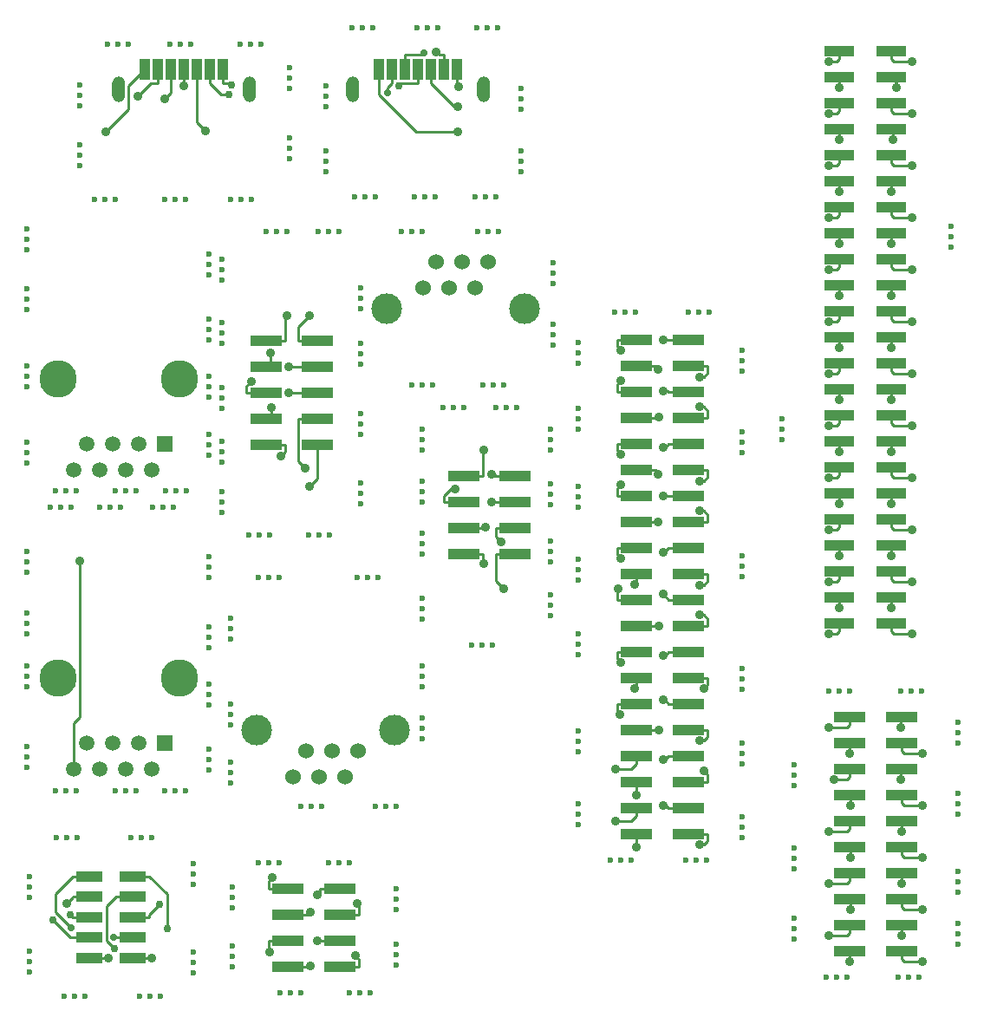
<source format=gbr>
G04 #@! TF.FileFunction,Copper,L1,Top,Signal*
%FSLAX46Y46*%
G04 Gerber Fmt 4.6, Leading zero omitted, Abs format (unit mm)*
G04 Created by KiCad (PCBNEW 4.0.7-e2-6376~58~ubuntu16.04.1) date Tue Jan  2 19:13:55 2018*
%MOMM*%
%LPD*%
G01*
G04 APERTURE LIST*
%ADD10C,0.100000*%
%ADD11C,3.649980*%
%ADD12R,1.501140X1.501140*%
%ADD13C,1.501140*%
%ADD14C,1.524000*%
%ADD15C,2.999740*%
%ADD16R,0.998220X2.098040*%
%ADD17O,1.270000X2.540000*%
%ADD18C,0.600000*%
%ADD19R,3.150000X1.000000*%
%ADD20R,2.580000X1.000000*%
%ADD21R,3.000000X1.000000*%
%ADD22C,0.870000*%
%ADD23C,0.700000*%
%ADD24C,0.750000*%
%ADD25C,0.250000*%
G04 APERTURE END LIST*
D10*
D11*
X135031480Y-92710000D03*
X146900900Y-92710000D03*
D12*
X145415000Y-99060000D03*
D13*
X144145000Y-101600000D03*
X142875000Y-99060000D03*
X141605000Y-101600000D03*
X140335000Y-99060000D03*
X139065000Y-101600000D03*
X137795000Y-99060000D03*
X136525000Y-101600000D03*
D11*
X135031480Y-63500000D03*
X146900900Y-63500000D03*
D12*
X145415000Y-69850000D03*
D13*
X144145000Y-72390000D03*
X142875000Y-69850000D03*
X141605000Y-72390000D03*
X140335000Y-69850000D03*
X139065000Y-72390000D03*
X137795000Y-69850000D03*
X136525000Y-72390000D03*
D14*
X174498000Y-52070000D03*
X171958000Y-52070000D03*
X177038000Y-52070000D03*
X170688000Y-54610000D03*
X173228000Y-54610000D03*
X175768000Y-54610000D03*
D15*
X180594000Y-56642000D03*
X167132000Y-56642000D03*
D14*
X160528000Y-102362000D03*
X163068000Y-102362000D03*
X157988000Y-102362000D03*
X164338000Y-99822000D03*
X161798000Y-99822000D03*
X159258000Y-99822000D03*
D15*
X154432000Y-97790000D03*
X167894000Y-97790000D03*
D16*
X143510000Y-33251140D03*
X144780000Y-33251140D03*
X146050000Y-33251140D03*
X147320000Y-33251140D03*
X148590000Y-33251140D03*
X149860000Y-33251140D03*
X151130000Y-33251140D03*
D17*
X140921740Y-35201860D03*
X153718260Y-35201860D03*
D16*
X166370000Y-33251140D03*
X167640000Y-33251140D03*
X168910000Y-33251140D03*
X170180000Y-33251140D03*
X171450000Y-33251140D03*
X172720000Y-33251140D03*
X173990000Y-33251140D03*
D17*
X163781740Y-35201860D03*
X176578260Y-35201860D03*
D18*
X198628000Y-57023000D03*
X197612000Y-57023000D03*
X196596000Y-57023000D03*
X183388000Y-54229000D03*
X183388000Y-53213000D03*
X183388000Y-52197000D03*
X183134000Y-81407000D03*
X183134000Y-80391000D03*
X183134000Y-79375000D03*
D19*
X162545000Y-120904000D03*
X157495000Y-120904000D03*
X162545000Y-118364000D03*
X157495000Y-118364000D03*
X162545000Y-115824000D03*
X157495000Y-115824000D03*
X162545000Y-113284000D03*
X157495000Y-113284000D03*
X155322000Y-59799000D03*
X160372000Y-59799000D03*
X155322000Y-62339000D03*
X160372000Y-62339000D03*
X155322000Y-64879000D03*
X160372000Y-64879000D03*
X155322000Y-67419000D03*
X160372000Y-67419000D03*
X155322000Y-69959000D03*
X160372000Y-69959000D03*
X217409000Y-119380000D03*
X212359000Y-119380000D03*
X217409000Y-116840000D03*
X212359000Y-116840000D03*
X217409000Y-114300000D03*
X212359000Y-114300000D03*
X217409000Y-111760000D03*
X212359000Y-111760000D03*
X217409000Y-109220000D03*
X212359000Y-109220000D03*
X217409000Y-106680000D03*
X212359000Y-106680000D03*
X217409000Y-104140000D03*
X212359000Y-104140000D03*
X217409000Y-101600000D03*
X212359000Y-101600000D03*
X217409000Y-99060000D03*
X212359000Y-99060000D03*
X217409000Y-96520000D03*
X212359000Y-96520000D03*
X179690000Y-80645000D03*
X174640000Y-80645000D03*
X179690000Y-78105000D03*
X174640000Y-78105000D03*
X179690000Y-75565000D03*
X174640000Y-75565000D03*
X179690000Y-73025000D03*
X174640000Y-73025000D03*
D20*
X138123000Y-112078000D03*
X142293000Y-112078000D03*
X138123000Y-114078000D03*
X142293000Y-114078000D03*
X138123000Y-116078000D03*
X142293000Y-116078000D03*
X138123000Y-118078000D03*
X142293000Y-118078000D03*
X138123000Y-120078000D03*
X142293000Y-120078000D03*
D19*
X191531000Y-59690000D03*
X196581000Y-59690000D03*
X191531000Y-62230000D03*
X196581000Y-62230000D03*
X191531000Y-64770000D03*
X196581000Y-64770000D03*
X191531000Y-67310000D03*
X196581000Y-67310000D03*
X191531000Y-69850000D03*
X196581000Y-69850000D03*
X191531000Y-72390000D03*
X196581000Y-72390000D03*
X191531000Y-74930000D03*
X196581000Y-74930000D03*
X191531000Y-77470000D03*
X196581000Y-77470000D03*
X191531000Y-80010000D03*
X196581000Y-80010000D03*
X191531000Y-82550000D03*
X196581000Y-82550000D03*
X191531000Y-85090000D03*
X196581000Y-85090000D03*
X191531000Y-87630000D03*
X196581000Y-87630000D03*
X191531000Y-90170000D03*
X196581000Y-90170000D03*
X191531000Y-92710000D03*
X196581000Y-92710000D03*
X191531000Y-95250000D03*
X196581000Y-95250000D03*
X191531000Y-97790000D03*
X196581000Y-97790000D03*
X191531000Y-100330000D03*
X196581000Y-100330000D03*
X191531000Y-102870000D03*
X196581000Y-102870000D03*
X191531000Y-105410000D03*
X196581000Y-105410000D03*
X191531000Y-107950000D03*
X196581000Y-107950000D03*
D21*
X216388000Y-31496000D03*
X211348000Y-31496000D03*
X216388000Y-34036000D03*
X211348000Y-34036000D03*
X216388000Y-36576000D03*
X211348000Y-36576000D03*
X216388000Y-39116000D03*
X211348000Y-39116000D03*
X216388000Y-41656000D03*
X211348000Y-41656000D03*
X216388000Y-44196000D03*
X211348000Y-44196000D03*
X216388000Y-46736000D03*
X211348000Y-46736000D03*
X216388000Y-49276000D03*
X211348000Y-49276000D03*
X216388000Y-51816000D03*
X211348000Y-51816000D03*
X216388000Y-54356000D03*
X211348000Y-54356000D03*
X216388000Y-56896000D03*
X211348000Y-56896000D03*
X216388000Y-59436000D03*
X211348000Y-59436000D03*
X216388000Y-61976000D03*
X211348000Y-61976000D03*
X216388000Y-64516000D03*
X211348000Y-64516000D03*
X216388000Y-67056000D03*
X211348000Y-67056000D03*
X216388000Y-69596000D03*
X211348000Y-69596000D03*
X216388000Y-72136000D03*
X211348000Y-72136000D03*
X216388000Y-74676000D03*
X211348000Y-74676000D03*
X216388000Y-77216000D03*
X211348000Y-77216000D03*
X216388000Y-79756000D03*
X211348000Y-79756000D03*
X216388000Y-82296000D03*
X211348000Y-82296000D03*
X216388000Y-84836000D03*
X211348000Y-84836000D03*
X216388000Y-87376000D03*
X211348000Y-87376000D03*
D18*
X222885000Y-99060000D03*
X222885000Y-98044000D03*
X222885000Y-97028000D03*
X222885000Y-106045000D03*
X222885000Y-105029000D03*
X222885000Y-104013000D03*
X222885000Y-113665000D03*
X222885000Y-112649000D03*
X222885000Y-111633000D03*
X222885000Y-118745000D03*
X222885000Y-117729000D03*
X222885000Y-116713000D03*
X219075000Y-121920000D03*
X218059000Y-121920000D03*
X217043000Y-121920000D03*
X212090000Y-121920000D03*
X211074000Y-121920000D03*
X210058000Y-121920000D03*
X206883000Y-118237000D03*
X206883000Y-117221000D03*
X206883000Y-116205000D03*
X206883000Y-111379000D03*
X206883000Y-110363000D03*
X206883000Y-109347000D03*
X206883000Y-103251000D03*
X206883000Y-102235000D03*
X206883000Y-101219000D03*
X212344000Y-93980000D03*
X211328000Y-93980000D03*
X210312000Y-93980000D03*
X219329000Y-93980000D03*
X218313000Y-93980000D03*
X217297000Y-93980000D03*
X201803000Y-108331000D03*
X201803000Y-107315000D03*
X201803000Y-106299000D03*
X201803000Y-101092000D03*
X201803000Y-100076000D03*
X201803000Y-99060000D03*
X201803000Y-93853000D03*
X201803000Y-92837000D03*
X201803000Y-91821000D03*
X201803000Y-82804000D03*
X201803000Y-81788000D03*
X201803000Y-80772000D03*
X201803000Y-70739000D03*
X201803000Y-69723000D03*
X201803000Y-68707000D03*
X191389000Y-57023000D03*
X190373000Y-57023000D03*
X189357000Y-57023000D03*
X185801000Y-61976000D03*
X185801000Y-60960000D03*
X185801000Y-59944000D03*
X185801000Y-68453000D03*
X185801000Y-67437000D03*
X185801000Y-66421000D03*
X185801000Y-76073000D03*
X185801000Y-75057000D03*
X185801000Y-74041000D03*
X185801000Y-83185000D03*
X185801000Y-82169000D03*
X185801000Y-81153000D03*
X185801000Y-90424000D03*
X185801000Y-89408000D03*
X185801000Y-88392000D03*
X185801000Y-99949000D03*
X185801000Y-98933000D03*
X185801000Y-97917000D03*
X185801000Y-107061000D03*
X185801000Y-106045000D03*
X185801000Y-105029000D03*
X191008000Y-110490000D03*
X189992000Y-110490000D03*
X188976000Y-110490000D03*
X198374000Y-110490000D03*
X197358000Y-110490000D03*
X196342000Y-110490000D03*
X168021000Y-115316000D03*
X168021000Y-114300000D03*
X168021000Y-113284000D03*
X168021000Y-120777000D03*
X168021000Y-119761000D03*
X168021000Y-118745000D03*
X165481000Y-123444000D03*
X164465000Y-123444000D03*
X163449000Y-123444000D03*
X158750000Y-123444000D03*
X157734000Y-123444000D03*
X156718000Y-123444000D03*
X152019000Y-120904000D03*
X152019000Y-119888000D03*
X152019000Y-118872000D03*
X152019000Y-115189000D03*
X152019000Y-114173000D03*
X152019000Y-113157000D03*
X156591000Y-110744000D03*
X155575000Y-110744000D03*
X154559000Y-110744000D03*
X163449000Y-110744000D03*
X162433000Y-110744000D03*
X161417000Y-110744000D03*
X183388000Y-60198000D03*
X183388000Y-59182000D03*
X183388000Y-58166000D03*
X178562000Y-64135000D03*
X177546000Y-64135000D03*
X176530000Y-64135000D03*
X171577000Y-64135000D03*
X170561000Y-64135000D03*
X169545000Y-64135000D03*
X164592000Y-56642000D03*
X164592000Y-55626000D03*
X164592000Y-54610000D03*
X164592000Y-60071000D03*
X164592000Y-61087000D03*
X164592000Y-62103000D03*
X170561000Y-49149000D03*
X169545000Y-49149000D03*
X168529000Y-49149000D03*
X157353000Y-49149000D03*
X156337000Y-49149000D03*
X155321000Y-49149000D03*
X162433000Y-49149000D03*
X161417000Y-49149000D03*
X160401000Y-49149000D03*
X151003000Y-53848000D03*
X151003000Y-52832000D03*
X151003000Y-51816000D03*
X151003000Y-60071000D03*
X151003000Y-59055000D03*
X151003000Y-58039000D03*
X151003000Y-66421000D03*
X151003000Y-65405000D03*
X151003000Y-64389000D03*
X151003000Y-71628000D03*
X151003000Y-70612000D03*
X151003000Y-69596000D03*
X151003000Y-76581000D03*
X151003000Y-75565000D03*
X151003000Y-74549000D03*
X155702000Y-78740000D03*
X154686000Y-78740000D03*
X153670000Y-78740000D03*
X161544000Y-78740000D03*
X160528000Y-78740000D03*
X159512000Y-78740000D03*
X164592000Y-68961000D03*
X164592000Y-67945000D03*
X164592000Y-66929000D03*
X164592000Y-75692000D03*
X164592000Y-74676000D03*
X164592000Y-73660000D03*
X178054000Y-49149000D03*
X177038000Y-49149000D03*
X176022000Y-49149000D03*
X177800000Y-45720000D03*
X176784000Y-45720000D03*
X175768000Y-45720000D03*
X171831000Y-45720000D03*
X170815000Y-45720000D03*
X169799000Y-45720000D03*
X165989000Y-45720000D03*
X164973000Y-45720000D03*
X163957000Y-45720000D03*
X180213000Y-43307000D03*
X180213000Y-42291000D03*
X180213000Y-41275000D03*
X180213000Y-37211000D03*
X180213000Y-36195000D03*
X180213000Y-35179000D03*
X161163000Y-43307000D03*
X161163000Y-42291000D03*
X161163000Y-41275000D03*
X161163000Y-36957000D03*
X161163000Y-35941000D03*
X161163000Y-34925000D03*
X165735000Y-29210000D03*
X164719000Y-29210000D03*
X163703000Y-29210000D03*
X172085000Y-29210000D03*
X171069000Y-29210000D03*
X170053000Y-29210000D03*
X177927000Y-29210000D03*
X176911000Y-29210000D03*
X175895000Y-29210000D03*
X137668000Y-123825000D03*
X136652000Y-123825000D03*
X135636000Y-123825000D03*
X145034000Y-123825000D03*
X144018000Y-123825000D03*
X143002000Y-123825000D03*
X148209000Y-119507000D03*
X148209000Y-120523000D03*
X148209000Y-121539000D03*
X132207000Y-121412000D03*
X132207000Y-120396000D03*
X132207000Y-119380000D03*
X132207000Y-114173000D03*
X132207000Y-113157000D03*
X132207000Y-112141000D03*
X136906000Y-108331000D03*
X135890000Y-108331000D03*
X134874000Y-108331000D03*
X144145000Y-108331000D03*
X143129000Y-108331000D03*
X142113000Y-108331000D03*
X148209000Y-112903000D03*
X148209000Y-111887000D03*
X148209000Y-110871000D03*
X131953000Y-93599000D03*
X131953000Y-92583000D03*
X131953000Y-91567000D03*
X131953000Y-88392000D03*
X131953000Y-87376000D03*
X131953000Y-86360000D03*
X131953000Y-101473000D03*
X131953000Y-100457000D03*
X131953000Y-99441000D03*
X136779000Y-103759000D03*
X135763000Y-103759000D03*
X134747000Y-103759000D03*
X142621000Y-103759000D03*
X141605000Y-103759000D03*
X140589000Y-103759000D03*
X147447000Y-103759000D03*
X146431000Y-103759000D03*
X145415000Y-103759000D03*
X149733000Y-101727000D03*
X149733000Y-100711000D03*
X149733000Y-99695000D03*
X149733000Y-95377000D03*
X149733000Y-94361000D03*
X149733000Y-93345000D03*
X149758400Y-89789000D03*
X149758400Y-88773000D03*
X149758400Y-87757000D03*
X149733000Y-80899000D03*
X149733000Y-81915000D03*
X149733000Y-82931000D03*
X141097000Y-76073000D03*
X140081000Y-76073000D03*
X139065000Y-76073000D03*
X131953000Y-80391000D03*
X131953000Y-81407000D03*
X131953000Y-82423000D03*
X136271000Y-76073000D03*
X135255000Y-76073000D03*
X134239000Y-76073000D03*
X146304000Y-76073000D03*
X145288000Y-76073000D03*
X144272000Y-76073000D03*
X131953000Y-64262000D03*
X131953000Y-63246000D03*
X131953000Y-62230000D03*
X131953000Y-71755000D03*
X131953000Y-70739000D03*
X131953000Y-69723000D03*
X136779000Y-74422000D03*
X135763000Y-74422000D03*
X134747000Y-74422000D03*
X142621000Y-74422000D03*
X141605000Y-74422000D03*
X140589000Y-74422000D03*
X147574000Y-74422000D03*
X146558000Y-74422000D03*
X145542000Y-74422000D03*
X149733000Y-65278000D03*
X149733000Y-64262000D03*
X149733000Y-63246000D03*
X149733000Y-70993000D03*
X149733000Y-69977000D03*
X149733000Y-68961000D03*
X149733000Y-59690000D03*
X149733000Y-58674000D03*
X149733000Y-57658000D03*
X149733000Y-53340000D03*
X149733000Y-52324000D03*
X149733000Y-51308000D03*
X147447000Y-45974000D03*
X146431000Y-45974000D03*
X145415000Y-45974000D03*
X140589000Y-45974000D03*
X139573000Y-45974000D03*
X138557000Y-45974000D03*
X131953000Y-56769000D03*
X131953000Y-55753000D03*
X131953000Y-54737000D03*
X131953000Y-50927000D03*
X131953000Y-49911000D03*
X131953000Y-48895000D03*
X137160000Y-42672000D03*
X137160000Y-41656000D03*
X137160000Y-40640000D03*
X137160000Y-36830000D03*
X137160000Y-35814000D03*
X137160000Y-34798000D03*
X141859000Y-30861000D03*
X140843000Y-30861000D03*
X139827000Y-30861000D03*
X147955000Y-30861000D03*
X146939000Y-30861000D03*
X145923000Y-30861000D03*
X154813000Y-30861000D03*
X153797000Y-30861000D03*
X152781000Y-30861000D03*
X157607000Y-35179000D03*
X157607000Y-34163000D03*
X157607000Y-33147000D03*
X157607000Y-42037000D03*
X157607000Y-41021000D03*
X157607000Y-40005000D03*
X153924000Y-45974000D03*
X152908000Y-45974000D03*
X151892000Y-45974000D03*
X170561000Y-98679000D03*
X170561000Y-97663000D03*
X170561000Y-96647000D03*
X170561000Y-93599000D03*
X170561000Y-92583000D03*
X170561000Y-91567000D03*
X166243000Y-82931000D03*
X165227000Y-82931000D03*
X164211000Y-82931000D03*
X168021000Y-105283000D03*
X167005000Y-105283000D03*
X165989000Y-105283000D03*
X160782000Y-105283000D03*
X159766000Y-105283000D03*
X158750000Y-105283000D03*
X151892000Y-97282000D03*
X151892000Y-96266000D03*
X151892000Y-95250000D03*
X151892000Y-102997000D03*
X151892000Y-101981000D03*
X151892000Y-100965000D03*
X151892000Y-88900000D03*
X151892000Y-87884000D03*
X151892000Y-86868000D03*
X156591000Y-82931000D03*
X155575000Y-82931000D03*
X154559000Y-82931000D03*
X170561000Y-86995000D03*
X170561000Y-85979000D03*
X170561000Y-84963000D03*
X177419000Y-89535000D03*
X176403000Y-89535000D03*
X175387000Y-89535000D03*
X222250000Y-50673000D03*
X222250000Y-49657000D03*
X222250000Y-48641000D03*
X205740000Y-69469000D03*
X205740000Y-68453000D03*
X205740000Y-67437000D03*
X170561000Y-80645000D03*
X170561000Y-79629000D03*
X170561000Y-78613000D03*
X170561000Y-75565000D03*
X170561000Y-74549000D03*
X170561000Y-73533000D03*
X170561000Y-70485000D03*
X170561000Y-69469000D03*
X170561000Y-68453000D03*
X174625000Y-66294000D03*
X173609000Y-66294000D03*
X172593000Y-66294000D03*
X179832000Y-66294000D03*
X178816000Y-66294000D03*
X177800000Y-66294000D03*
X183134000Y-86614000D03*
X183134000Y-85598000D03*
X183134000Y-84582000D03*
X183134000Y-75819000D03*
X183134000Y-74803000D03*
X183134000Y-73787000D03*
X183134000Y-70485000D03*
X183134000Y-69469000D03*
X183134000Y-68453000D03*
X201803000Y-62738000D03*
X201803000Y-61722000D03*
X201803000Y-60706000D03*
D22*
X157405300Y-57359600D03*
X159624700Y-57293000D03*
X155777500Y-60974800D03*
X157554700Y-62339000D03*
X153898900Y-63803300D03*
X157554700Y-64879000D03*
X155825000Y-66345400D03*
X159135000Y-72200300D03*
X156823900Y-71021500D03*
X159624700Y-73989900D03*
X164043500Y-119849800D03*
X160354800Y-118364000D03*
X164242600Y-114767300D03*
X160356800Y-113932800D03*
X159675100Y-120807300D03*
X155726500Y-119449700D03*
X159701800Y-115618100D03*
X155923900Y-112225100D03*
X218440000Y-32512000D03*
X210312000Y-32512000D03*
X216916000Y-35052000D03*
X211328000Y-35052000D03*
X218440000Y-37592000D03*
X210312000Y-37592000D03*
X216543000Y-40132000D03*
X211328000Y-40132000D03*
X218440000Y-42672000D03*
X210312000Y-42672000D03*
X216408000Y-45212000D03*
X211328000Y-45212000D03*
X218440000Y-47752000D03*
X210312000Y-47752000D03*
X216408000Y-50292000D03*
X211328000Y-50292000D03*
X218440000Y-52832000D03*
X210312000Y-52832000D03*
X216408000Y-55372000D03*
X211328000Y-55372000D03*
X218440000Y-57912000D03*
X210312000Y-57912000D03*
X216408000Y-60452000D03*
X211328000Y-60452000D03*
X218440000Y-62992000D03*
X210312000Y-62992000D03*
X216408000Y-65532000D03*
X211328000Y-65532000D03*
X218440000Y-68072000D03*
X210312000Y-68072000D03*
X216408000Y-70612000D03*
X211328000Y-70612000D03*
X218440000Y-73152000D03*
X210312000Y-73152000D03*
X216408000Y-75692000D03*
X211328000Y-75692000D03*
X218440000Y-78232000D03*
X210312000Y-78232000D03*
X216408000Y-80772000D03*
X211328000Y-80772000D03*
X218440000Y-83312000D03*
X210312000Y-83312000D03*
X216408000Y-85852000D03*
X211328000Y-85852000D03*
X218440000Y-88392000D03*
X210312000Y-88392000D03*
D23*
X136286700Y-117104900D03*
D22*
X135878000Y-114742600D03*
D24*
X136227000Y-115797300D03*
X134512400Y-116335000D03*
D22*
X139969000Y-120078000D03*
D24*
X145673000Y-117169600D03*
X140556600Y-119158800D03*
X144917900Y-114807800D03*
D23*
X140438000Y-118078000D03*
D22*
X144141200Y-120078000D03*
X178543400Y-83998300D03*
X176595900Y-81573200D03*
X178318300Y-79446100D03*
X176771500Y-78007400D03*
X177397700Y-75565000D03*
X173838600Y-74295000D03*
X177397700Y-72824300D03*
X176595900Y-70430000D03*
X219456000Y-120396000D03*
X217424000Y-117856000D03*
X219456000Y-115316000D03*
X217424000Y-112776000D03*
X219456000Y-110236000D03*
X217424000Y-107696000D03*
X219456000Y-105156000D03*
X217305000Y-102616000D03*
X219456000Y-100076000D03*
X217305000Y-97536000D03*
X189980000Y-60761500D03*
X194142300Y-59690000D03*
X193665600Y-62569900D03*
X197686700Y-63303600D03*
X189968400Y-63710100D03*
X194151000Y-64682700D03*
X193698100Y-67262900D03*
X197686700Y-66236400D03*
X189968400Y-70909900D03*
X194146300Y-70178600D03*
X193665600Y-72817000D03*
X197686700Y-73463600D03*
X189968400Y-73870100D03*
X194151600Y-74929700D03*
X193661400Y-77470000D03*
X197686700Y-76396400D03*
X189968400Y-81069900D03*
X194147500Y-80462100D03*
X191336200Y-83613400D03*
X197686700Y-83623600D03*
X189748700Y-84016700D03*
X194125600Y-84534900D03*
X193671600Y-87630000D03*
X197686700Y-86575200D03*
X189968400Y-91229900D03*
X194114000Y-90499100D03*
X191336200Y-93773400D03*
X198140400Y-93775300D03*
X189917300Y-96316900D03*
X194127300Y-94877100D03*
X193674400Y-97820000D03*
X197686700Y-98855600D03*
X189484000Y-101600000D03*
X194143400Y-100716800D03*
X191516000Y-104140000D03*
X198140400Y-101804700D03*
X189484000Y-106680000D03*
X194140500Y-105137400D03*
X191516000Y-109220000D03*
X197686700Y-109020300D03*
X212344000Y-120396000D03*
X210312000Y-117856000D03*
X212463000Y-115316000D03*
X210312000Y-112776000D03*
X212463000Y-110236000D03*
X210312000Y-107696000D03*
X212463000Y-105156000D03*
X210820000Y-102616000D03*
X212344000Y-100076000D03*
X210312000Y-97536000D03*
X139700000Y-39370000D03*
X142840100Y-35918900D03*
X145466000Y-36144100D03*
X147320000Y-34904200D03*
X149416500Y-39260100D03*
D24*
X151705000Y-35750100D03*
X151978100Y-34823500D03*
D22*
X174064700Y-39370000D03*
D23*
X170754700Y-31650000D03*
D22*
X174064700Y-36904600D03*
X174176200Y-35001400D03*
D23*
X167240200Y-35608800D03*
D24*
X168335300Y-34875300D03*
D22*
X171993100Y-31559200D03*
X137160000Y-81280000D03*
D25*
X155322000Y-59799000D02*
X157222300Y-59799000D01*
X157222300Y-57542600D02*
X157405300Y-57359600D01*
X157222300Y-59799000D02*
X157222300Y-57542600D01*
X158471700Y-58446000D02*
X159624700Y-57293000D01*
X158471700Y-59799000D02*
X158471700Y-58446000D01*
X160372000Y-59799000D02*
X158471700Y-59799000D01*
X155777500Y-61883500D02*
X155777500Y-60974800D01*
X155322000Y-62339000D02*
X155777500Y-61883500D01*
X160372000Y-62339000D02*
X157554700Y-62339000D01*
X155322000Y-64879000D02*
X153421700Y-64879000D01*
X153854000Y-63803300D02*
X153898900Y-63803300D01*
X153421700Y-64235600D02*
X153854000Y-63803300D01*
X153421700Y-64879000D02*
X153421700Y-64235600D01*
X160372000Y-64879000D02*
X157554700Y-64879000D01*
X155825000Y-66916000D02*
X155825000Y-66345400D01*
X155322000Y-67419000D02*
X155825000Y-66916000D01*
X160372000Y-67419000D02*
X158471700Y-67419000D01*
X158471700Y-71537000D02*
X159135000Y-72200300D01*
X158471700Y-67419000D02*
X158471700Y-71537000D01*
X155322000Y-69959000D02*
X157222300Y-69959000D01*
X157222300Y-70623100D02*
X156823900Y-71021500D01*
X157222300Y-69959000D02*
X157222300Y-70623100D01*
X160372000Y-73242600D02*
X159624700Y-73989900D01*
X160372000Y-69959000D02*
X160372000Y-73242600D01*
X162545000Y-120904000D02*
X164445300Y-120904000D01*
X164445300Y-120251600D02*
X164043500Y-119849800D01*
X164445300Y-120904000D02*
X164445300Y-120251600D01*
X162545000Y-118364000D02*
X160354800Y-118364000D01*
X162545000Y-115824000D02*
X164445300Y-115824000D01*
X164445300Y-114970000D02*
X164242600Y-114767300D01*
X164445300Y-115824000D02*
X164445300Y-114970000D01*
X160644700Y-113644900D02*
X160356800Y-113932800D01*
X160644700Y-113284000D02*
X160644700Y-113644900D01*
X162545000Y-113284000D02*
X160644700Y-113284000D01*
X157495000Y-120904000D02*
X159395300Y-120904000D01*
X159492000Y-120807300D02*
X159675100Y-120807300D01*
X159395300Y-120904000D02*
X159492000Y-120807300D01*
X157495000Y-118364000D02*
X155594700Y-118364000D01*
X155594700Y-119317900D02*
X155726500Y-119449700D01*
X155594700Y-118364000D02*
X155594700Y-119317900D01*
X159495900Y-115824000D02*
X159701800Y-115618100D01*
X157495000Y-115824000D02*
X159495900Y-115824000D01*
X157495000Y-113284000D02*
X155594700Y-113284000D01*
X155594700Y-112554300D02*
X155923900Y-112225100D01*
X155594700Y-113284000D02*
X155594700Y-112554300D01*
X216654000Y-32512000D02*
X218440000Y-32512000D01*
X216388000Y-32246000D02*
X216654000Y-32512000D01*
X216388000Y-31496000D02*
X216388000Y-32246000D01*
X211082000Y-32512000D02*
X210312000Y-32512000D01*
X211348000Y-32246000D02*
X211082000Y-32512000D01*
X211348000Y-31496000D02*
X211348000Y-32246000D01*
X216916000Y-34564000D02*
X216388000Y-34036000D01*
X216916000Y-35052000D02*
X216916000Y-34564000D01*
X211328000Y-34056000D02*
X211348000Y-34036000D01*
X211328000Y-35052000D02*
X211328000Y-34056000D01*
X216654000Y-37592000D02*
X218440000Y-37592000D01*
X216388000Y-37326000D02*
X216654000Y-37592000D01*
X216388000Y-36576000D02*
X216388000Y-37326000D01*
X211082000Y-37592000D02*
X210312000Y-37592000D01*
X211348000Y-37326000D02*
X211082000Y-37592000D01*
X211348000Y-36576000D02*
X211348000Y-37326000D01*
X216543000Y-39271000D02*
X216388000Y-39116000D01*
X216543000Y-40132000D02*
X216543000Y-39271000D01*
X211328000Y-39136000D02*
X211348000Y-39116000D01*
X211328000Y-40132000D02*
X211328000Y-39136000D01*
X216654000Y-42672000D02*
X218440000Y-42672000D01*
X216388000Y-42406000D02*
X216654000Y-42672000D01*
X216388000Y-41656000D02*
X216388000Y-42406000D01*
X211082000Y-42672000D02*
X210312000Y-42672000D01*
X211348000Y-42406000D02*
X211082000Y-42672000D01*
X211348000Y-41656000D02*
X211348000Y-42406000D01*
X216408000Y-44216000D02*
X216388000Y-44196000D01*
X216408000Y-45212000D02*
X216408000Y-44216000D01*
X211328000Y-44216000D02*
X211348000Y-44196000D01*
X211328000Y-45212000D02*
X211328000Y-44216000D01*
X216654000Y-47752000D02*
X218440000Y-47752000D01*
X216388000Y-47486000D02*
X216654000Y-47752000D01*
X216388000Y-46736000D02*
X216388000Y-47486000D01*
X211082000Y-47752000D02*
X210312000Y-47752000D01*
X211348000Y-47486000D02*
X211082000Y-47752000D01*
X211348000Y-46736000D02*
X211348000Y-47486000D01*
X216408000Y-49296000D02*
X216388000Y-49276000D01*
X216408000Y-50292000D02*
X216408000Y-49296000D01*
X211328000Y-49296000D02*
X211348000Y-49276000D01*
X211328000Y-50292000D02*
X211328000Y-49296000D01*
X216654000Y-52832000D02*
X218440000Y-52832000D01*
X216388000Y-52566000D02*
X216654000Y-52832000D01*
X216388000Y-51816000D02*
X216388000Y-52566000D01*
X211082000Y-52832000D02*
X210312000Y-52832000D01*
X211348000Y-52566000D02*
X211082000Y-52832000D01*
X211348000Y-51816000D02*
X211348000Y-52566000D01*
X216408000Y-54376000D02*
X216388000Y-54356000D01*
X216408000Y-55372000D02*
X216408000Y-54376000D01*
X211328000Y-54376000D02*
X211348000Y-54356000D01*
X211328000Y-55372000D02*
X211328000Y-54376000D01*
X216654000Y-57912000D02*
X218440000Y-57912000D01*
X216388000Y-57646000D02*
X216654000Y-57912000D01*
X216388000Y-56896000D02*
X216388000Y-57646000D01*
X211082000Y-57912000D02*
X210312000Y-57912000D01*
X211348000Y-57646000D02*
X211082000Y-57912000D01*
X211348000Y-56896000D02*
X211348000Y-57646000D01*
X216408000Y-59456000D02*
X216388000Y-59436000D01*
X216408000Y-60452000D02*
X216408000Y-59456000D01*
X211328000Y-59456000D02*
X211348000Y-59436000D01*
X211328000Y-60452000D02*
X211328000Y-59456000D01*
X216654000Y-62992000D02*
X218440000Y-62992000D01*
X216388000Y-62726000D02*
X216654000Y-62992000D01*
X216388000Y-61976000D02*
X216388000Y-62726000D01*
X211082000Y-62992000D02*
X210312000Y-62992000D01*
X211348000Y-62726000D02*
X211082000Y-62992000D01*
X211348000Y-61976000D02*
X211348000Y-62726000D01*
X216408000Y-64536000D02*
X216388000Y-64516000D01*
X216408000Y-65532000D02*
X216408000Y-64536000D01*
X211328000Y-64536000D02*
X211348000Y-64516000D01*
X211328000Y-65532000D02*
X211328000Y-64536000D01*
X216654000Y-68072000D02*
X218440000Y-68072000D01*
X216388000Y-67806000D02*
X216654000Y-68072000D01*
X216388000Y-67056000D02*
X216388000Y-67806000D01*
X211082000Y-68072000D02*
X210312000Y-68072000D01*
X211348000Y-67806000D02*
X211082000Y-68072000D01*
X211348000Y-67056000D02*
X211348000Y-67806000D01*
X216408000Y-69616000D02*
X216388000Y-69596000D01*
X216408000Y-70612000D02*
X216408000Y-69616000D01*
X211328000Y-69616000D02*
X211348000Y-69596000D01*
X211328000Y-70612000D02*
X211328000Y-69616000D01*
X216654000Y-73152000D02*
X218440000Y-73152000D01*
X216388000Y-72886000D02*
X216654000Y-73152000D01*
X216388000Y-72136000D02*
X216388000Y-72886000D01*
X211082000Y-73152000D02*
X210312000Y-73152000D01*
X211348000Y-72886000D02*
X211082000Y-73152000D01*
X211348000Y-72136000D02*
X211348000Y-72886000D01*
X216408000Y-74696000D02*
X216388000Y-74676000D01*
X216408000Y-75692000D02*
X216408000Y-74696000D01*
X211328000Y-74696000D02*
X211348000Y-74676000D01*
X211328000Y-75692000D02*
X211328000Y-74696000D01*
X216654000Y-78232000D02*
X218440000Y-78232000D01*
X216388000Y-77966000D02*
X216654000Y-78232000D01*
X216388000Y-77216000D02*
X216388000Y-77966000D01*
X211082000Y-78232000D02*
X210312000Y-78232000D01*
X211348000Y-77966000D02*
X211082000Y-78232000D01*
X211348000Y-77216000D02*
X211348000Y-77966000D01*
X216388000Y-80752000D02*
X216408000Y-80772000D01*
X216388000Y-79756000D02*
X216388000Y-80752000D01*
X211328000Y-79776000D02*
X211348000Y-79756000D01*
X211328000Y-80772000D02*
X211328000Y-79776000D01*
X216654000Y-83312000D02*
X218440000Y-83312000D01*
X216388000Y-83046000D02*
X216654000Y-83312000D01*
X216388000Y-82296000D02*
X216388000Y-83046000D01*
X211082000Y-83312000D02*
X210312000Y-83312000D01*
X211348000Y-83046000D02*
X211082000Y-83312000D01*
X211348000Y-82296000D02*
X211348000Y-83046000D01*
X216408000Y-84856000D02*
X216388000Y-84836000D01*
X216408000Y-85852000D02*
X216408000Y-84856000D01*
X211328000Y-84856000D02*
X211348000Y-84836000D01*
X211328000Y-85852000D02*
X211328000Y-84856000D01*
X216654000Y-88392000D02*
X218440000Y-88392000D01*
X216388000Y-88126000D02*
X216654000Y-88392000D01*
X216388000Y-87376000D02*
X216388000Y-88126000D01*
X211082000Y-88392000D02*
X210312000Y-88392000D01*
X211348000Y-88126000D02*
X211082000Y-88392000D01*
X211348000Y-87376000D02*
X211348000Y-88126000D01*
X134797900Y-115616100D02*
X136286700Y-117104900D01*
X134797900Y-113787800D02*
X134797900Y-115616100D01*
X136507700Y-112078000D02*
X134797900Y-113787800D01*
X138123000Y-112078000D02*
X136507700Y-112078000D01*
X136507700Y-114112900D02*
X135878000Y-114742600D01*
X136507700Y-114078000D02*
X136507700Y-114112900D01*
X138123000Y-114078000D02*
X136507700Y-114078000D01*
X138123000Y-116078000D02*
X136507700Y-116078000D01*
X136227000Y-115797300D02*
X136507700Y-116078000D01*
X136255400Y-118078000D02*
X134512400Y-116335000D01*
X138123000Y-118078000D02*
X136255400Y-118078000D01*
X138123000Y-120078000D02*
X139969000Y-120078000D01*
X142293000Y-112078000D02*
X143908300Y-112078000D01*
X145673000Y-113842700D02*
X145673000Y-117169600D01*
X143908300Y-112078000D02*
X145673000Y-113842700D01*
X142293000Y-114078000D02*
X140677700Y-114078000D01*
X139745100Y-118347300D02*
X140556600Y-119158800D01*
X139745100Y-115010600D02*
X139745100Y-118347300D01*
X140677700Y-114078000D02*
X139745100Y-115010600D01*
X143908300Y-115817400D02*
X144917900Y-114807800D01*
X143908300Y-116078000D02*
X143908300Y-115817400D01*
X142293000Y-116078000D02*
X143908300Y-116078000D01*
X142293000Y-118078000D02*
X140438000Y-118078000D01*
X142293000Y-120078000D02*
X144141200Y-120078000D01*
X177789700Y-83244600D02*
X177789700Y-80645000D01*
X178543400Y-83998300D02*
X177789700Y-83244600D01*
X179690000Y-80645000D02*
X177789700Y-80645000D01*
X174640000Y-80645000D02*
X176540300Y-80645000D01*
X176540300Y-81517600D02*
X176595900Y-81573200D01*
X176540300Y-80645000D02*
X176540300Y-81517600D01*
X177789700Y-78917500D02*
X177789700Y-78105000D01*
X178318300Y-79446100D02*
X177789700Y-78917500D01*
X179690000Y-78105000D02*
X177789700Y-78105000D01*
X174640000Y-78105000D02*
X176540300Y-78105000D01*
X176637900Y-78007400D02*
X176540300Y-78105000D01*
X176771500Y-78007400D02*
X176637900Y-78007400D01*
X179690000Y-75565000D02*
X177397700Y-75565000D01*
X174640000Y-75565000D02*
X172739700Y-75565000D01*
X173370300Y-74295000D02*
X173838600Y-74295000D01*
X172739700Y-74925600D02*
X173370300Y-74295000D01*
X172739700Y-75565000D02*
X172739700Y-74925600D01*
X179690000Y-73025000D02*
X177789700Y-73025000D01*
X177589000Y-72824300D02*
X177397700Y-72824300D01*
X177789700Y-73025000D02*
X177589000Y-72824300D01*
X176540300Y-70485600D02*
X176540300Y-73025000D01*
X176595900Y-70430000D02*
X176540300Y-70485600D01*
X174640000Y-73025000D02*
X176540300Y-73025000D01*
X217675000Y-120396000D02*
X219456000Y-120396000D01*
X217409000Y-120130000D02*
X217675000Y-120396000D01*
X217409000Y-119380000D02*
X217409000Y-120130000D01*
X217424000Y-116855000D02*
X217409000Y-116840000D01*
X217424000Y-117856000D02*
X217424000Y-116855000D01*
X217675000Y-115316000D02*
X219456000Y-115316000D01*
X217409000Y-115050000D02*
X217675000Y-115316000D01*
X217409000Y-114300000D02*
X217409000Y-115050000D01*
X217424000Y-111775000D02*
X217409000Y-111760000D01*
X217424000Y-112776000D02*
X217424000Y-111775000D01*
X217675000Y-110236000D02*
X219456000Y-110236000D01*
X217409000Y-109970000D02*
X217675000Y-110236000D01*
X217409000Y-109220000D02*
X217409000Y-109970000D01*
X217424000Y-106695000D02*
X217409000Y-106680000D01*
X217424000Y-107696000D02*
X217424000Y-106695000D01*
X217675000Y-105156000D02*
X219456000Y-105156000D01*
X217409000Y-104890000D02*
X217675000Y-105156000D01*
X217409000Y-104140000D02*
X217409000Y-104890000D01*
X217305000Y-101704000D02*
X217409000Y-101600000D01*
X217305000Y-102616000D02*
X217305000Y-101704000D01*
X217675000Y-100076000D02*
X219456000Y-100076000D01*
X217409000Y-99810000D02*
X217675000Y-100076000D01*
X217409000Y-99060000D02*
X217409000Y-99810000D01*
X217305000Y-96624000D02*
X217409000Y-96520000D01*
X217305000Y-97536000D02*
X217305000Y-96624000D01*
X191531000Y-59690000D02*
X189630700Y-59690000D01*
X189630700Y-60412200D02*
X189630700Y-59690000D01*
X189980000Y-60761500D02*
X189630700Y-60412200D01*
X196581000Y-59690000D02*
X194142300Y-59690000D01*
X191531000Y-62230000D02*
X193431300Y-62230000D01*
X193431300Y-62335600D02*
X193431300Y-62230000D01*
X193665600Y-62569900D02*
X193431300Y-62335600D01*
X196581000Y-62230000D02*
X198481300Y-62230000D01*
X198112000Y-63303600D02*
X197686700Y-63303600D01*
X198481300Y-62934300D02*
X198112000Y-63303600D01*
X198481300Y-62230000D02*
X198481300Y-62934300D01*
X191531000Y-64770000D02*
X189630700Y-64770000D01*
X189630700Y-64047800D02*
X189968400Y-63710100D01*
X189630700Y-64770000D02*
X189630700Y-64047800D01*
X196581000Y-64770000D02*
X194680700Y-64770000D01*
X194593400Y-64682700D02*
X194680700Y-64770000D01*
X194151000Y-64682700D02*
X194593400Y-64682700D01*
X191531000Y-67310000D02*
X193431300Y-67310000D01*
X193478400Y-67262900D02*
X193698100Y-67262900D01*
X193431300Y-67310000D02*
X193478400Y-67262900D01*
X196581000Y-67310000D02*
X198481300Y-67310000D01*
X198112000Y-66236400D02*
X197686700Y-66236400D01*
X198481300Y-66605700D02*
X198112000Y-66236400D01*
X198481300Y-67310000D02*
X198481300Y-66605700D01*
X191531000Y-69850000D02*
X189630700Y-69850000D01*
X189630700Y-70572200D02*
X189968400Y-70909900D01*
X189630700Y-69850000D02*
X189630700Y-70572200D01*
X196581000Y-69850000D02*
X194680700Y-69850000D01*
X194352100Y-70178600D02*
X194146300Y-70178600D01*
X194680700Y-69850000D02*
X194352100Y-70178600D01*
X191531000Y-72390000D02*
X193431300Y-72390000D01*
X193431300Y-72582700D02*
X193431300Y-72390000D01*
X193665600Y-72817000D02*
X193431300Y-72582700D01*
X196581000Y-72390000D02*
X198481300Y-72390000D01*
X198112000Y-73463600D02*
X197686700Y-73463600D01*
X198481300Y-73094300D02*
X198112000Y-73463600D01*
X198481300Y-72390000D02*
X198481300Y-73094300D01*
X191531000Y-74930000D02*
X189630700Y-74930000D01*
X189630700Y-74207800D02*
X189968400Y-73870100D01*
X189630700Y-74930000D02*
X189630700Y-74207800D01*
X196581000Y-74930000D02*
X194680700Y-74930000D01*
X194680400Y-74929700D02*
X194680700Y-74930000D01*
X194151600Y-74929700D02*
X194680400Y-74929700D01*
X191531000Y-77470000D02*
X193661400Y-77470000D01*
X196581000Y-77470000D02*
X198481300Y-77470000D01*
X198112000Y-76396400D02*
X197686700Y-76396400D01*
X198481300Y-76765700D02*
X198112000Y-76396400D01*
X198481300Y-77470000D02*
X198481300Y-76765700D01*
X191531000Y-80010000D02*
X189630700Y-80010000D01*
X189630700Y-80732200D02*
X189968400Y-81069900D01*
X189630700Y-80010000D02*
X189630700Y-80732200D01*
X196581000Y-80010000D02*
X194680700Y-80010000D01*
X194228600Y-80462100D02*
X194680700Y-80010000D01*
X194147500Y-80462100D02*
X194228600Y-80462100D01*
X191531000Y-83418600D02*
X191336200Y-83613400D01*
X191531000Y-82550000D02*
X191531000Y-83418600D01*
X196581000Y-82550000D02*
X198481300Y-82550000D01*
X198112000Y-83623600D02*
X197686700Y-83623600D01*
X198481300Y-83254300D02*
X198112000Y-83623600D01*
X198481300Y-82550000D02*
X198481300Y-83254300D01*
X191531000Y-85090000D02*
X189630700Y-85090000D01*
X189630700Y-84134700D02*
X189630700Y-85090000D01*
X189748700Y-84016700D02*
X189630700Y-84134700D01*
X196581000Y-85090000D02*
X194680700Y-85090000D01*
X194125600Y-84534900D02*
X194680700Y-85090000D01*
X191531000Y-87630000D02*
X193671600Y-87630000D01*
X196581000Y-87630000D02*
X198481300Y-87630000D01*
X198095300Y-86575200D02*
X197686700Y-86575200D01*
X198481300Y-86961200D02*
X198095300Y-86575200D01*
X198481300Y-87630000D02*
X198481300Y-86961200D01*
X191531000Y-90170000D02*
X189630700Y-90170000D01*
X189630700Y-90892200D02*
X189968400Y-91229900D01*
X189630700Y-90170000D02*
X189630700Y-90892200D01*
X196581000Y-90170000D02*
X194680700Y-90170000D01*
X194351600Y-90499100D02*
X194114000Y-90499100D01*
X194680700Y-90170000D02*
X194351600Y-90499100D01*
X191531000Y-93578600D02*
X191336200Y-93773400D01*
X191531000Y-92710000D02*
X191531000Y-93578600D01*
X196581000Y-92710000D02*
X198481300Y-92710000D01*
X198481300Y-93434400D02*
X198140400Y-93775300D01*
X198481300Y-92710000D02*
X198481300Y-93434400D01*
X191531000Y-95250000D02*
X189630700Y-95250000D01*
X189630700Y-96030300D02*
X189917300Y-96316900D01*
X189630700Y-95250000D02*
X189630700Y-96030300D01*
X196581000Y-95250000D02*
X194680700Y-95250000D01*
X194307800Y-94877100D02*
X194127300Y-94877100D01*
X194680700Y-95250000D02*
X194307800Y-94877100D01*
X191531000Y-97790000D02*
X193431300Y-97790000D01*
X193461300Y-97820000D02*
X193431300Y-97790000D01*
X193674400Y-97820000D02*
X193461300Y-97820000D01*
X196581000Y-97790000D02*
X198481300Y-97790000D01*
X198112000Y-98855600D02*
X197686700Y-98855600D01*
X198481300Y-98486300D02*
X198112000Y-98855600D01*
X198481300Y-97790000D02*
X198481300Y-98486300D01*
X191008000Y-101600000D02*
X189484000Y-101600000D01*
X191516000Y-101092000D02*
X191008000Y-101600000D01*
X191519000Y-101092000D02*
X191516000Y-101092000D01*
X191531000Y-101080000D02*
X191519000Y-101092000D01*
X191531000Y-100330000D02*
X191531000Y-101080000D01*
X196581000Y-100330000D02*
X194680700Y-100330000D01*
X194293900Y-100716800D02*
X194143400Y-100716800D01*
X194680700Y-100330000D02*
X194293900Y-100716800D01*
X191519000Y-104137000D02*
X191516000Y-104140000D01*
X191519000Y-103632000D02*
X191519000Y-104137000D01*
X191531000Y-103620000D02*
X191519000Y-103632000D01*
X191531000Y-102870000D02*
X191531000Y-103620000D01*
X196581000Y-102870000D02*
X198481300Y-102870000D01*
X198481300Y-102145600D02*
X198140400Y-101804700D01*
X198481300Y-102870000D02*
X198481300Y-102145600D01*
X191011000Y-106680000D02*
X189484000Y-106680000D01*
X191531000Y-106160000D02*
X191011000Y-106680000D01*
X191531000Y-105410000D02*
X191531000Y-106160000D01*
X196581000Y-105410000D02*
X194680700Y-105410000D01*
X194408100Y-105137400D02*
X194140500Y-105137400D01*
X194680700Y-105410000D02*
X194408100Y-105137400D01*
X191516000Y-107965000D02*
X191531000Y-107950000D01*
X191516000Y-109220000D02*
X191516000Y-107965000D01*
X196581000Y-107950000D02*
X198481300Y-107950000D01*
X198112000Y-109020300D02*
X197686700Y-109020300D01*
X198481300Y-108651000D02*
X198112000Y-109020300D01*
X198481300Y-107950000D02*
X198481300Y-108651000D01*
X212344000Y-119395000D02*
X212359000Y-119380000D01*
X212344000Y-120396000D02*
X212344000Y-119395000D01*
X212093000Y-117856000D02*
X210312000Y-117856000D01*
X212359000Y-117590000D02*
X212093000Y-117856000D01*
X212359000Y-116840000D02*
X212359000Y-117590000D01*
X212463000Y-114404000D02*
X212359000Y-114300000D01*
X212463000Y-115316000D02*
X212463000Y-114404000D01*
X212093000Y-112776000D02*
X210312000Y-112776000D01*
X212359000Y-112510000D02*
X212093000Y-112776000D01*
X212359000Y-111760000D02*
X212359000Y-112510000D01*
X212463000Y-109324000D02*
X212359000Y-109220000D01*
X212463000Y-110236000D02*
X212463000Y-109324000D01*
X212093000Y-107696000D02*
X210312000Y-107696000D01*
X212359000Y-107430000D02*
X212093000Y-107696000D01*
X212359000Y-106680000D02*
X212359000Y-107430000D01*
X212463000Y-104244000D02*
X212359000Y-104140000D01*
X212463000Y-105156000D02*
X212463000Y-104244000D01*
X212093000Y-102616000D02*
X210820000Y-102616000D01*
X212359000Y-102350000D02*
X212093000Y-102616000D01*
X212359000Y-101600000D02*
X212359000Y-102350000D01*
X212344000Y-99075000D02*
X212359000Y-99060000D01*
X212344000Y-100076000D02*
X212344000Y-99075000D01*
X212093000Y-97536000D02*
X210312000Y-97536000D01*
X212359000Y-97270000D02*
X212093000Y-97536000D01*
X212359000Y-96520000D02*
X212359000Y-97270000D01*
X141882100Y-37187900D02*
X139700000Y-39370000D01*
X141882100Y-34879000D02*
X141882100Y-37187900D01*
X143510000Y-33251100D02*
X141882100Y-34879000D01*
X144133600Y-34625400D02*
X144780000Y-34625400D01*
X142840100Y-35918900D02*
X144133600Y-34625400D01*
X144780000Y-33251100D02*
X144780000Y-34625400D01*
X146050000Y-35560100D02*
X146050000Y-33251100D01*
X145466000Y-36144100D02*
X146050000Y-35560100D01*
X147320000Y-33251100D02*
X147320000Y-34904200D01*
X148590100Y-34625400D02*
X148590000Y-34625400D01*
X148590100Y-38433700D02*
X148590100Y-34625400D01*
X149416500Y-39260100D02*
X148590100Y-38433700D01*
X148590000Y-33251100D02*
X148590000Y-34625400D01*
X150984700Y-35750100D02*
X149860000Y-34625400D01*
X151705000Y-35750100D02*
X150984700Y-35750100D01*
X149860000Y-33251100D02*
X149860000Y-34625400D01*
X151780000Y-34625400D02*
X151130000Y-34625400D01*
X151978100Y-34823500D02*
X151780000Y-34625400D01*
X151130000Y-33251100D02*
X151130000Y-34625400D01*
X166370000Y-33251100D02*
X166370000Y-35755400D01*
X169984600Y-39370000D02*
X174064700Y-39370000D01*
X166370000Y-35755400D02*
X169984600Y-39370000D01*
X168910000Y-33251100D02*
X168910000Y-31876800D01*
X170527900Y-31876800D02*
X170754700Y-31650000D01*
X168910000Y-31876800D02*
X170527900Y-31876800D01*
X171450000Y-33251100D02*
X171450000Y-34625400D01*
X174064700Y-36904500D02*
X174064700Y-36904600D01*
X173729100Y-36904500D02*
X174064700Y-36904500D01*
X171450000Y-34625400D02*
X173729100Y-36904500D01*
X173990000Y-34815200D02*
X174176200Y-35001400D01*
X173990000Y-33251100D02*
X173990000Y-34815200D01*
X167240200Y-35025200D02*
X167640000Y-34625400D01*
X167240200Y-35608800D02*
X167240200Y-35025200D01*
X167640000Y-33251100D02*
X167640000Y-34625400D01*
X168585200Y-34625400D02*
X168335300Y-34875300D01*
X170180000Y-34625400D02*
X168585200Y-34625400D01*
X170180000Y-33251100D02*
X170180000Y-34625400D01*
X172310700Y-31876800D02*
X171993100Y-31559200D01*
X172720000Y-31876800D02*
X172310700Y-31876800D01*
X172720000Y-33251100D02*
X172720000Y-31876800D01*
X136525000Y-101600000D02*
X136525000Y-97155000D01*
X136525000Y-97155000D02*
X137181471Y-96498529D01*
X137181471Y-96498529D02*
X137181471Y-81301471D01*
X137181471Y-81301471D02*
X137160000Y-81280000D01*
M02*

</source>
